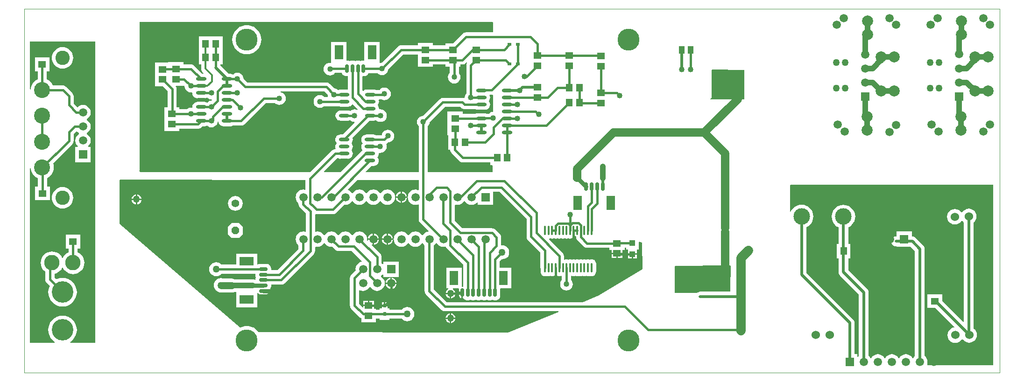
<source format=gtl>
%FSTAX23Y23*%
%MOIN*%
%SFA1B1*%

%IPPOS*%
%AMD10*
4,1,8,0.005900,0.030500,-0.005900,0.030500,-0.011800,0.024600,-0.011800,-0.024600,-0.005900,-0.030500,0.005900,-0.030500,0.011800,-0.024600,0.011800,0.024600,0.005900,0.030500,0.0*
1,1,0.011820,0.005900,0.024600*
1,1,0.011820,-0.005900,0.024600*
1,1,0.011820,-0.005900,-0.024600*
1,1,0.011820,0.005900,-0.024600*
%
%AMD15*
4,1,8,0.030500,-0.005900,0.030500,0.005900,0.024600,0.011800,-0.024600,0.011800,-0.030500,0.005900,-0.030500,-0.005900,-0.024600,-0.011800,0.024600,-0.011800,0.030500,-0.005900,0.0*
1,1,0.011820,0.024600,-0.005900*
1,1,0.011820,0.024600,0.005900*
1,1,0.011820,-0.024600,0.005900*
1,1,0.011820,-0.024600,-0.005900*
%
%AMD42*
4,1,8,-0.027600,-0.011500,-0.011500,-0.027600,0.011500,-0.027600,0.027600,-0.011500,0.027600,0.011500,0.011500,0.027600,-0.011500,0.027600,-0.027600,0.011500,-0.027600,-0.011500,0.0*
%
G04~CAMADD=10~8~0.0~0.0~236.2~610.2~59.1~0.0~15~0.0~0.0~0.0~0.0~0~0.0~0.0~0.0~0.0~0~0.0~0.0~0.0~0.0~236.2~610.2*
%ADD10D10*%
%ADD11R,0.059060X0.098430*%
%ADD12O,0.074800X0.023620*%
%ADD13O,0.013780X0.070870*%
%ADD14R,0.098430X0.059060*%
G04~CAMADD=15~8~0.0~0.0~236.2~610.2~59.1~0.0~15~0.0~0.0~0.0~0.0~0~0.0~0.0~0.0~0.0~0~0.0~0.0~0.0~270.0~610.0~236.0*
%ADD15D15*%
%ADD16R,0.039370X0.053150*%
%ADD17R,0.041340X0.043310*%
%ADD18R,0.031500X0.019690*%
%ADD19R,0.019690X0.031500*%
%ADD20R,0.047240X0.053150*%
%ADD21R,0.053150X0.047240*%
%ADD22R,0.057090X0.045280*%
%ADD23R,0.045280X0.057090*%
%ADD24C,0.039370*%
%ADD25C,0.015000*%
%ADD26C,0.020000*%
%ADD27C,0.013000*%
%ADD28C,0.040000*%
%ADD29C,0.050000*%
%ADD30C,0.030000*%
%ADD31C,0.065000*%
%ADD32C,0.060000*%
%ADD33C,0.001000*%
%ADD34C,0.078740*%
%ADD35R,0.059060X0.059060*%
%ADD36C,0.059060*%
%ADD37C,0.110240*%
%ADD38C,0.153540*%
%ADD39C,0.060000*%
%ADD40C,0.114170*%
%ADD41R,0.059060X0.059060*%
G04~CAMADD=42~4~0.0~0.0~551.2~551.2~0.0~161.4~0~0.0~0.0~0.0~0.0~0~0.0~0.0~0.0~0.0~0~0.0~0.0~0.0~135.0~551.2~551.2*
%ADD42D42*%
%ADD43C,0.055120*%
%ADD44C,0.118110*%
%ADD45C,0.050000*%
%ADD46C,0.022840*%
%ADD47C,0.102360*%
%ADD48C,0.157000*%
%ADD49C,0.040000*%
%ADD50C,0.020000*%
%ADD51C,0.062000*%
%LNcareboard_smd_ordered_6.29-1*%
%LPD*%
G36*
X00504Y00216D02*
X00328D01*
X00327Y0022*
X00329Y00221*
X00344Y00234*
X00357Y0025*
X00366Y00267*
X00372Y00287*
X00374Y00307*
X00372Y00326*
X00366Y00346*
X00357Y00363*
X00344Y00379*
X00329Y00392*
X00311Y00401*
X00292Y00407*
X00272Y00409*
X00252Y00407*
X00233Y00401*
X00215Y00392*
X002Y00379*
X00187Y00363*
X00178Y00346*
X00172Y00326*
X0017Y00307*
X00172Y00287*
X00178Y00267*
X00187Y0025*
X002Y00234*
X00215Y00221*
X00217Y0022*
X00216Y00216*
X0004*
Y01461*
X00045Y01462*
X00046Y0145*
X00051Y01435*
X00058Y01421*
X00069Y01408*
X00081Y01398*
X00095Y0139*
X00096Y0139*
Y01331*
X00077*
Y01233*
X00181*
Y01331*
X00162*
Y01392*
X00173Y01398*
X00185Y01408*
X00196Y01421*
X00203Y01435*
X00208Y0145*
X00209Y01467*
X00208Y01483*
X00204Y01497*
X00341Y01634*
X00346Y01641*
X00348Y01645*
X0035Y01649*
X0035Y01653*
X00351Y01658*
Y01707*
X00371Y01727*
X00376Y01726*
X00379Y01722*
X0039Y01713*
Y01708*
X00379Y01699*
X0037Y01688*
X00365Y01675*
X00363Y01661*
X00365Y01646*
X0037Y01633*
X00379Y01622*
X00382Y0162*
X0038Y01615*
X00363*
Y01506*
X00473*
Y01615*
X00456*
X00454Y0162*
X00457Y01622*
X00466Y01633*
X00471Y01646*
X00473Y01661*
X00471Y01675*
X00466Y01688*
X00457Y01699*
X00446Y01708*
Y01713*
X00457Y01722*
X00466Y01733*
X00471Y01746*
X00473Y01761*
X00471Y01775*
X00466Y01788*
X00457Y01799*
X00446Y01808*
Y01813*
X00457Y01822*
X00466Y01833*
X00471Y01846*
X00473Y01861*
X00471Y01875*
X00466Y01888*
X00457Y01899*
X00446Y01908*
X00432Y01914*
X00418Y01916*
X00404Y01914*
X00391Y01908*
X00379Y01899*
X00378Y01899*
X00351Y01926*
Y01978*
X0035Y01986*
X00346Y01994*
X00343Y01998*
X00341Y02001*
X00297Y02045*
X0029Y0205*
X00286Y02052*
X00282Y02053*
X00278Y02054*
X00274Y02054*
X00203*
X00196Y02067*
X00185Y0208*
X00173Y0209*
X0016Y02097*
Y02156*
X00179*
Y02254*
X00075*
Y02156*
X00094*
Y02097*
X00081Y0209*
X00069Y0208*
X00058Y02067*
X00051Y02053*
X00046Y02038*
X00045Y02026*
X0004Y02027*
Y02368*
X00504*
Y00216*
G37*
G36*
X03345Y01986D02*
X03344Y01865D01*
X03333Y01863*
X03322Y01859*
X03314Y01852*
X03298*
X03296Y01853*
X03286Y01855*
X03235*
X03226Y01853*
X03218Y0185*
X03128*
Y01867*
X0302*
Y01771*
Y01698*
X03025*
Y01595*
X0304*
Y01593*
X0304Y01589*
X03041Y01585*
X03042Y01581*
X03044Y01577*
X03049Y0157*
X03106Y01513*
X03113Y01508*
X03121Y01505*
X03129Y01504*
X03137Y01505*
X03325*
Y01486*
X0334*
X03343Y01482*
X03343Y01435*
X02883Y01434*
X0288Y01438*
Y01761*
X02886Y0177*
X02891Y01781*
X02892Y01791*
X03001Y019*
X03113*
X03119Y01894*
X03122Y01892*
X03126Y01889*
X0313Y01887*
X03134Y01886*
X03138Y01885*
X03142Y01885*
X03218*
X03226Y01882*
X03235Y0188*
X03286*
X03296Y01882*
X03305Y01885*
X03313Y01891*
X03319Y01899*
X03322Y01908*
X03324Y01917*
X03322Y01927*
X03319Y01936*
X03314Y01942*
X03319Y01949*
X03322Y01958*
X03324Y01967*
X03322Y01977*
X03319Y01984*
X03322Y01988*
X03335*
X0334Y01989*
X03341Y01989*
X03345Y01986*
G37*
G36*
X02007Y01379D02*
Y01312D01*
X02003Y01309*
X01991Y0131*
X01976Y01308*
X01963Y01303*
X01952Y01294*
X01943Y01283*
X01938Y01269*
X01936Y01255*
X01938Y01241*
X01943Y01228*
X01952Y01216*
X01957Y01212*
Y01206*
X01958Y01201*
X01958Y01197*
X0196Y01193*
X01962Y01189*
X01967Y01182*
X02008Y01141*
Y01012*
X02004Y01008*
X01991Y0101*
X01976Y01008*
X01963Y01003*
X01952Y00994*
X01943Y00983*
X01938Y00969*
X01936Y00955*
X01938Y00941*
X01943Y00928*
X01952Y00916*
X01957Y00912*
Y00886*
X01805Y00734*
X01761*
X01761Y00735*
Y00746*
X0176Y00754*
X01757Y00762*
X01752Y00768*
X01745Y00773*
X01738Y00777*
X0173Y00778*
X0168*
X01672Y00777*
X01665Y00774*
X01664Y00775*
X01661Y00778*
Y00851*
X01513*
Y00773*
X01407*
X01405Y00776*
X01394Y00784*
X01382Y00789*
X01369Y00791*
X01356Y00789*
X01344Y00784*
X01333Y00776*
X01325Y00766*
X0132Y00754*
X01319Y00741*
X0132Y00727*
X01325Y00715*
X01333Y00705*
X01344Y00697*
X01356Y00692*
X01369Y0069*
X01382Y00692*
X01394Y00697*
X01405Y00705*
X01407Y00708*
X01649*
X01649Y00707*
Y00696*
X0165Y00688*
X01653Y00682*
X0165Y00676*
X01649Y00668*
X01645Y00666*
X01642Y00667*
X0163Y00669*
X015*
X01492Y00672*
X01479Y00674*
X01417*
X01414Y00675*
X01401Y00677*
X01388Y00675*
X01376Y0067*
X01366Y00662*
X01358Y00651*
X01353Y00639*
X01351Y00626*
X01353Y00613*
X01358Y00601*
X01366Y00591*
X01367Y00589*
X01368Y00588*
X01379Y0058*
X01391Y00575*
X01404Y00573*
X01479*
X01492Y00575*
X015Y00578*
X01513*
Y00578*
Y00575*
Y00469*
X01661*
Y0057*
X01666Y00572*
X01669Y00567*
X01674Y00564*
X0168Y00562*
X0173*
X01736Y00564*
X01741Y00567*
X01745Y00572*
X01746Y00579*
Y0059*
X01746Y00591*
X01752Y00596*
X01757Y00602*
X0176Y0061*
X01761Y00618*
Y00629*
X01761Y0063*
X01833*
X01837Y0063*
X01841Y00631*
X01845Y00632*
X01849Y00634*
X01856Y00639*
X02064Y00847*
X02066Y0085*
X02069Y00854*
X02073Y00862*
X02074Y00871*
Y00899*
X02078Y00902*
X02091Y009*
X02105Y00902*
X02118Y00908*
X0213Y00916*
X02138Y00928*
X02143*
X02152Y00916*
X02163Y00908*
X02176Y00902*
X02191Y009*
X02197Y00901*
X02218Y0088*
X02221Y00878*
X02225Y00875*
X02232Y00872*
X02241Y00871*
X02337*
X02409Y00799*
X02408Y00794*
X02403Y00794*
X0239Y00788*
X02379Y00779*
X0237Y00768*
X02365Y00755*
X02363Y00741*
X02364Y00733*
X02333Y00702*
X02328Y00695*
X02326Y00691*
X02325Y00687*
X02324Y00683*
X02323Y00679*
Y00482*
X02324Y00478*
X02325Y00473*
X02326Y00469*
X02328Y00466*
X02333Y00459*
X02395Y00396*
X02398Y00394*
X02402Y00391*
X02405Y0039*
Y0036*
X02509*
Y00387*
X02536*
Y00379*
X02606*
Y00387*
X02695*
X02697Y00384*
X02708Y00376*
X0272Y00371*
X02733Y00369*
X02746Y00371*
X02758Y00376*
X02769Y00384*
X02777Y00394*
X02782Y00406*
X02783Y0042*
X02782Y00433*
X02777Y00445*
X02769Y00455*
X02758Y00463*
X02746Y00468*
X02733Y0047*
X0272Y00468*
X02708Y00463*
X02697Y00455*
X02695Y00452*
X02606*
Y0046*
X02591*
Y00475*
X02551*
Y0046*
X02536*
Y00452*
X02509*
Y00458*
X02494*
Y00477*
X0242*
Y00471*
X02416Y00469*
X02389Y00495*
Y00589*
X02393Y00592*
X02403Y00587*
X02418Y00586*
X02432Y00587*
X02445Y00593*
X02457Y00602*
X02465Y00613*
X0247*
X02479Y00602*
X0249Y00593*
X02503Y00587*
X02518Y00586*
X02532Y00587*
X02545Y00593*
X02557Y00602*
X02565Y00613*
X02571Y00626*
X02573Y00641*
X02571Y00655*
X02565Y00668*
X02557Y00679*
X02545Y00688*
Y00693*
X02557Y00702*
X02558Y00704*
X02563Y00702*
Y00686*
X02672*
Y00795*
X02563*
Y00779*
X02558Y00777*
X02557Y00779*
X0255Y00784*
Y00827*
X02549Y00835*
X02546Y00843*
X02541Y0085*
X02479Y00912*
X02481Y00917*
X02486Y00916*
Y0095*
X02451*
X02452Y00945*
X02449Y00944*
X02445Y00947*
X02446Y00955*
X02444Y00969*
X02438Y00983*
X0243Y00994*
X02418Y01003*
X02405Y01008*
X02391Y0101*
X02376Y01008*
X02363Y01003*
X02352Y00994*
X02343Y00983*
X02338*
X0233Y00994*
X02318Y01003*
X02305Y01008*
X02291Y0101*
X02276Y01008*
X02263Y01003*
X02252Y00994*
X02243Y00983*
X02238*
X0223Y00994*
X02218Y01003*
X02205Y01008*
X02191Y0101*
X02176Y01008*
X02163Y01003*
X02152Y00994*
X02143Y00983*
X02138*
X0213Y00994*
X02118Y01003*
X02105Y01008*
X02091Y0101*
X02078Y01009*
X02074Y01012*
Y01132*
X02078Y01136*
X0208Y01135*
X02084Y01135*
X02203*
X02207Y01135*
X02212Y01136*
X02216Y01137*
X02219Y01139*
X02226Y01144*
X02283Y01201*
X02291Y012*
X02305Y01202*
X02318Y01208*
X0233Y01216*
X02338Y01228*
X02343*
X02352Y01216*
X02363Y01208*
X02376Y01202*
X02391Y012*
X02405Y01202*
X02418Y01208*
X0243Y01216*
X02438Y01228*
X02443*
X02452Y01216*
X02463Y01208*
X02476Y01202*
X02491Y012*
X02505Y01202*
X02518Y01208*
X0253Y01216*
X02538Y01228*
X02543*
X02552Y01216*
X02563Y01208*
X02576Y01202*
X02591Y012*
X02605Y01202*
X02618Y01208*
X0263Y01216*
X02638Y01228*
X02644Y01241*
X02646Y01255*
X02644Y01269*
X02638Y01283*
X0263Y01294*
X02618Y01303*
X02605Y01308*
X02591Y0131*
X02576Y01308*
X02563Y01303*
X02552Y01294*
X02543Y01283*
X02538*
X0253Y01294*
X02518Y01303*
X02505Y01308*
X02491Y0131*
X02476Y01308*
X02463Y01303*
X02452Y01294*
X02443Y01283*
X02438*
X0243Y01294*
X02418Y01303*
X02405Y01308*
X02391Y0131*
X02376Y01308*
X02363Y01303*
X02352Y01294*
X02343Y01283*
X02338*
X0233Y01294*
X02318Y01303*
X02309Y01307*
X02308Y01312*
X02374Y01378*
X02814Y01377*
Y01309*
X0281Y01306*
X02805Y01308*
X02791Y0131*
X02776Y01308*
X02763Y01303*
X02752Y01294*
X02743Y01283*
X02738Y01269*
X02736Y01255*
X02738Y01241*
X02743Y01228*
X02752Y01216*
X02763Y01208*
X02776Y01202*
X02791Y012*
X02805Y01202*
X0281Y01204*
X02814Y01201*
Y01097*
X02815Y01093*
X02815Y01089*
X02817Y01085*
X02819Y01081*
X02824Y01074*
X02884Y01014*
X02883Y01009*
X02876Y01008*
X02863Y01003*
X02852Y00994*
X02843Y00983*
X02838*
X0283Y00994*
X02818Y01003*
X02805Y01008*
X02791Y0101*
X02776Y01008*
X02763Y01003*
X02752Y00994*
X02743Y00983*
X02738*
X0273Y00994*
X02718Y01003*
X02705Y01008*
X02691Y0101*
X02676Y01008*
X02663Y01003*
X02652Y00994*
X02643Y00983*
X02638Y00969*
X02636Y00955*
X02638Y00941*
X02643Y00928*
X02652Y00916*
X02663Y00908*
X02676Y00902*
X02691Y009*
X02705Y00902*
X02718Y00908*
X0273Y00916*
X02738Y00928*
X02743*
X02752Y00916*
X02763Y00908*
X02776Y00902*
X02791Y009*
X02805Y00902*
X02818Y00908*
X0283Y00916*
X02838Y00928*
X02843*
X02852Y00916*
X02857Y00912*
Y00583*
X02858Y00579*
X02858Y00575*
X0286Y00571*
X02862Y00567*
X02867Y0056*
X02977Y00449*
X0298Y00447*
X02984Y00444*
X02988Y00442*
X02992Y00441*
X02996Y0044*
X03001Y0044*
X03811*
X03812Y00435*
X03452Y00289*
X01672Y00291*
X01671Y00292*
X0166Y00304*
X01648Y00314*
X01634Y00323*
X01619Y00329*
X01603Y00333*
X01587Y00334*
X01571Y00333*
X01555Y00329*
X0154Y00323*
X01539Y00323*
X0068Y01064*
Y01378*
X00683Y01381*
X02007Y01379*
G37*
G36*
X05041Y00764D02*
X0504Y006D01*
X05039Y00581*
X04928*
X04926Y00581*
X04823*
X04814Y00579*
X04806Y00576*
X04799Y0057*
X04643*
Y0076*
X04647Y00764*
X05037Y00767*
X05041Y00764*
G37*
G36*
X03584Y01101D02*
Y00973D01*
X03585Y00968*
X03585Y00964*
X03587Y0096*
X03589Y00956*
X03594Y00949*
X03683Y0086*
Y00752*
X03684Y00747*
Y00723*
X03685Y00715*
X03688Y00707*
X03693Y007*
X037Y00695*
X03707Y00692*
X03716Y00691*
X03724Y00692*
X03728Y00694*
X03733Y00692*
X03741Y00691*
X0375Y00692*
X03754Y00694*
X03759Y00692*
X03767Y00691*
X03775Y00692*
X03783Y00695*
X0379Y007*
X0379Y00701*
X03795*
X03795Y007*
X03802Y00695*
X0381Y00692*
X03818Y00691*
X03826Y00692*
X03831Y00694*
X03835Y00692*
X03836Y00692*
Y00665*
X0383Y00656*
X03825Y00645*
X03824Y00634*
X03825Y00622*
X0383Y00611*
X03837Y00602*
X03847Y00594*
X03857Y0059*
X03869Y00588*
X03881Y0059*
X03892Y00594*
X03901Y00602*
X03909Y00611*
X03913Y00622*
X03915Y00634*
X03913Y00645*
X03909Y00656*
X03902Y00665*
Y00692*
X03903Y00692*
X03908Y00694*
X03912Y00692*
X0392Y00691*
X03929Y00692*
X03933Y00694*
X03938Y00692*
X03946Y00691*
X03954Y00692*
X03959Y00694*
X03963Y00692*
X03972Y00691*
X0398Y00692*
X03984Y00694*
X03989Y00692*
X03997Y00691*
X04005Y00692*
X0401Y00694*
X04014Y00692*
X04023Y00691*
X04031Y00692*
X04036Y00694*
X0404Y00692*
X04048Y00691*
X04057Y00692*
X04064Y00695*
X04071Y007*
X04076Y00707*
X04079Y00715*
X04081Y00723*
Y0078*
X04079Y00789*
X04076Y00796*
X04071Y00803*
X04064Y00808*
X04057Y00811*
X04048Y00812*
X0404Y00811*
X04036Y00809*
X04031Y00811*
X04023Y00812*
X04014Y00811*
X0401Y00809*
X04005Y00811*
X03997Y00812*
X03989Y00811*
X03984Y00809*
X0398Y00811*
X03972Y00812*
X03963Y00811*
X03959Y00809*
X03954Y00811*
X03946Y00812*
X03938Y00811*
X03933Y00809*
X03929Y00811*
X0392Y00812*
X03912Y00811*
X03908Y00809*
X03903Y00811*
X03895Y00812*
X03886Y00811*
X03882Y00809*
X03878Y00811*
X03869Y00812*
X03861Y00811*
X03856Y00809*
X03852Y00811*
X03851Y00811*
Y00835*
X0385Y0084*
X0385Y00844*
X03848Y00848*
X03846Y00852*
X03841Y00859*
X03745Y00955*
X03747Y00959*
X0375Y0096*
X03754Y00962*
X03759Y0096*
X03767Y00959*
X03775Y0096*
X0378Y00962*
X03784Y0096*
X03792Y00959*
X03801Y0096*
X03805Y00962*
X0381Y0096*
X03818Y00959*
X03826Y0096*
X03831Y00962*
X03835Y0096*
X03844Y00959*
X03852Y0096*
X03856Y00962*
X03861Y0096*
X03869Y00959*
X03878Y0096*
X03882Y00962*
X03886Y0096*
X03895Y00959*
X03903Y0096*
X03911Y00963*
X03918Y00968*
X03922Y00974*
X03927Y00975*
X03933Y00979*
X03934*
X03939Y00975*
Y0097*
X03939Y00966*
X0394Y00961*
X03942Y00958*
X03943Y00954*
X03948Y00947*
X03992Y00903*
X03995Y00901*
X03999Y00898*
X04004Y00896*
X04007Y00895*
X04008Y00894*
X04015Y00893*
X04177*
Y00879*
X04192*
Y00858*
X04269*
Y00879*
X04284*
Y00895*
X04295*
Y00881*
X0431*
Y00881*
Y00878*
Y00854*
X04371*
Y00878*
Y00881*
X04371Y00881*
X04386*
Y00935*
X0439Y00938*
X0441Y00932*
X04411Y0074*
X04097Y00551*
X03985Y00505*
X03014*
X02923Y00597*
Y00911*
X0293Y00916*
X02938Y00928*
X02943*
X02952Y00916*
X02963Y00908*
X02976Y00902*
X02991Y009*
X03005Y00902*
X03008Y00903*
X0301Y00899*
X03012Y00895*
X03017Y00888*
X03131Y00774*
Y00616*
X03131Y00615*
X03121*
Y00752*
X03011*
Y00603*
X03025*
X03026Y00598*
X03024Y00598*
X03017Y00592*
X03011Y00585*
X03008Y00576*
X03007Y00572*
X03077*
X03076Y00576*
X03073Y00585*
X03067Y00592*
X0306Y00598*
X03058Y00598*
X03059Y00603*
X031*
X03103Y00599*
X03103Y00599*
Y0058*
X03125*
Y00575*
X03127*
Y0055*
X03128Y00542*
X0313Y00537*
Y00534*
X03131*
X03132Y00534*
X03136Y00528*
X03143Y00523*
X0315Y0052*
X03158Y00519*
X0317*
X03178Y0052*
X03184Y00522*
X03189Y0052*
X03197Y00519*
X03209*
X03217Y0052*
X03223Y00522*
X03229Y0052*
X03237Y00519*
X03248*
X03256Y0052*
X03262Y00522*
X03268Y0052*
X03276Y00519*
X03288*
X03296Y0052*
X03301Y00522*
X03307Y0052*
X03315Y00519*
X03327*
X03335Y0052*
X0334Y00522*
X03346Y0052*
X03354Y00519*
X03366*
X03374Y0052*
X03381Y00523*
X03388Y00528*
X03393Y00534*
X03396Y00542*
X03397Y0055*
Y00599*
X03397Y006*
X034Y00603*
X03474*
Y00752*
X03393*
Y00798*
X03406Y00812*
X0341Y00811*
X03423Y00813*
X03435Y00818*
X03446Y00826*
X03454Y00836*
X03459Y00848*
X0346Y00862*
X03459Y00875*
X03454Y00887*
X03446Y00897*
X03435Y00905*
X03423Y0091*
X0341Y00912*
X03407Y00912*
X03403Y00915*
Y00968*
X03402Y00977*
X03399Y00984*
X03394Y00991*
X03362Y01023*
X03355Y01028*
X03351Y0103*
X03347Y01032*
X03343Y01032*
X03338Y01033*
X03127*
X03073Y01087*
Y01199*
X03077Y01202*
X03091Y012*
X03105Y01202*
X03118Y01208*
X0313Y01216*
X03138Y01228*
X03143*
X03152Y01216*
X03163Y01208*
X03176Y01202*
X03191Y012*
X03205Y01202*
X03218Y01208*
X0323Y01216*
X03231Y01219*
X03236Y01217*
Y01201*
X03345*
Y01293*
X03392*
X03584Y01101*
G37*
G36*
X05138Y02165D02*
Y01953D01*
X04898*
X04897Y01958*
X04904Y01965*
Y02163*
X04908Y02167*
X05138Y02165*
G37*
G36*
X06914Y01344D02*
Y00056D01*
X06913Y00056*
X06446*
X06444Y0006*
X06445Y00064*
X06447Y00078*
X06445Y00092*
X0644Y00106*
X06431Y00117*
X06427Y0012*
Y00886*
X06426Y00895*
X06423Y00904*
X06417Y00911*
X06363Y00965*
X06356Y00971*
X06347Y00974*
X06338Y00975*
X06335*
Y01011*
X06225*
Y00975*
X06222*
X06213Y00974*
X06204Y00971*
X06197Y00965*
X06191Y00958*
X06188Y00949*
X06187Y0094*
X06188Y00931*
X06191Y00922*
X06197Y00915*
X06204Y00909*
X06213Y00906*
X06222Y00905*
X06225*
Y00901*
X06327*
X06357Y00871*
Y0012*
X06353Y00117*
X06345Y00106*
X0634*
X06331Y00117*
X0632Y00126*
X06306Y00131*
X06292Y00133*
X06278Y00131*
X06265Y00126*
X06253Y00117*
X06245Y00106*
X0624*
X06231Y00117*
X0622Y00126*
X06206Y00131*
X06192Y00133*
X06178Y00131*
X06165Y00126*
X06153Y00117*
X06145Y00106*
X0614*
X06131Y00117*
X0612Y00126*
X06106Y00131*
X06092Y00133*
X06078Y00131*
X06065Y00126*
X06053Y00117*
X06045Y00106*
X0604*
X06031Y00117*
X06027Y0012*
Y00575*
X06026Y00584*
X06023Y00593*
X06017Y006*
X05882Y00735*
Y00818*
X05897*
Y00922*
X05882*
Y0104*
X05893Y01046*
X05906Y01057*
X05917Y0107*
X05925Y01084*
X05929Y011*
X05931Y01117*
X05929Y01133*
X05925Y01149*
X05917Y01163*
X05906Y01176*
X05893Y01187*
X05879Y01195*
X05863Y01199*
X05847Y01201*
X0583Y01199*
X05814Y01195*
X058Y01187*
X05787Y01176*
X05776Y01163*
X05768Y01149*
X05764Y01133*
X05762Y01117*
X05764Y011*
X05768Y01084*
X05776Y0107*
X05787Y01057*
X058Y01046*
X05811Y0104*
Y00922*
X058*
Y00818*
X05811*
Y00721*
X05812Y00711*
X05816Y00703*
X05822Y00696*
X05957Y0056*
Y0012*
X05953Y00117*
X05951Y00114*
X05947Y00116*
Y00133*
X05927*
Y00357*
X05926Y00366*
X05923Y00375*
X05917Y00382*
X05583Y00716*
Y01041*
X05594Y01047*
X05607Y01058*
X05618Y01071*
X05626Y01085*
X0563Y01101*
X05632Y01118*
X0563Y01134*
X05626Y0115*
X05618Y01164*
X05607Y01177*
X05594Y01188*
X0558Y01196*
X05564Y012*
X05548Y01202*
X05531Y012*
X05515Y01196*
X05501Y01188*
X05488Y01177*
X05477Y01164*
X0547Y01151*
X05466Y01153*
Y01341*
X05469Y01345*
X06914Y01344*
G37*
G36*
X03342Y02508D02*
X03346Y02504D01*
X03346Y02433*
X03151*
X03142Y02432*
X03137Y0243*
X03134Y02429*
X03131Y02427*
X03128Y02424*
X0306Y02356*
X03005*
Y02342*
X02914*
Y02357*
X0281*
Y02342*
X02689*
X02681Y0234*
X02673Y02337*
X02669Y02334*
X02666Y02332*
X02552Y02218*
X02541Y02216*
X0254Y02216*
X02536Y02218*
Y02365*
X02426*
Y02232*
X02426Y02231*
X02414*
X02406Y0223*
X024Y02228*
X02395Y0223*
X02387Y02231*
X02375*
X02367Y0223*
X02361Y02228*
X02355Y0223*
X02347Y02231*
X02335*
X02327Y0223*
X02322Y02228*
X02316Y0223*
X02308Y02231*
X02299*
Y02365*
X02189*
Y02219*
X02186Y02215*
X02181Y02216*
X02169Y02215*
X02158Y0221*
X02149Y02203*
X02142Y02193*
X02137Y02182*
X02136Y02171*
X02137Y02159*
X02142Y02148*
X02149Y02139*
X02158Y02131*
X02169Y02127*
X02181Y02125*
X02193Y02127*
X02204Y02131*
X02213Y02139*
X02216Y02143*
X02266*
X02269Y02135*
X02274Y02129*
X02281Y02124*
X02288Y02121*
X02296Y0212*
X02308*
X02309Y02119*
Y02026*
X02308Y02026*
X02257*
X02248Y02024*
X0224Y02021*
X02232Y02028*
X02221Y02032*
X02211Y02034*
X02179Y02066*
X02172Y02071*
X02168Y02073*
X02164Y02074*
X0216Y02075*
X02155Y02075*
X0159*
X01565Y02101*
X01563Y02111*
X01559Y02122*
X01552Y02132*
X01542Y02139*
X01531Y02143*
X0152Y02145*
X01508Y02143*
X01497Y02139*
X01489Y02132*
X01481Y02135*
X01472Y02137*
X01459*
X01398Y02198*
Y02203*
X01414*
Y02301*
Y02404*
X01244*
Y02301*
Y02203*
X01261*
Y02174*
X01262Y02166*
X01265Y02158*
X0127Y02152*
X0128Y02141*
X01278Y02137*
X0127*
X01212Y02195*
X01205Y022*
X01201Y02202*
X01197Y02204*
X01193Y02204*
X01189Y02205*
X01134*
Y0222*
X01027*
Y02218*
X00932*
Y02121*
Y02048*
X00986*
X01021Y02013*
Y01898*
X00998*
Y01802*
Y01729*
X01106*
Y01744*
X01239*
X01243Y01745*
X01247Y01745*
X01251Y01747*
X01255Y01749*
X01262Y01754*
X0127Y01762*
X01287*
X01296Y01764*
X01304Y01767*
X01312Y0176*
X01323Y01756*
X01335Y01754*
X01346Y01756*
X01357Y0176*
X01367Y01767*
X01374Y01777*
X01378Y01788*
X01379Y01794*
X01384*
X01385Y0179*
X01388Y01781*
X01394Y01773*
X01402Y01767*
X01411Y01764*
X01421Y01762*
X01472*
X01481Y01764*
X01489Y01767*
X01547*
X01551Y01767*
X01555Y01768*
X01559Y01769*
X01563Y01771*
X0157Y01776*
X01722Y01928*
X01789*
X01797Y01921*
X01808Y01917*
X0182Y01915*
X01832Y01917*
X01843Y01921*
X01852Y01928*
X01859Y01938*
X01864Y01949*
X01865Y01961*
X01864Y01972*
X01859Y01983*
X01852Y01993*
X01843Y02*
X01832Y02004*
X01829Y02005*
X01829Y0201*
X02142*
X02164Y01987*
X02166Y01977*
X02166Y01975*
X02163Y01971*
X02141*
X02132Y01978*
X02121Y01983*
X02109Y01985*
X02097Y01983*
X02086Y01978*
X02077Y01971*
X0207Y01962*
X02065Y01951*
X02064Y01939*
X02065Y01927*
X0207Y01916*
X02077Y01907*
X02086Y019*
X02097Y01895*
X02109Y01894*
X02121Y01895*
X02132Y019*
X02139Y01906*
X0224*
X02248Y01903*
X02257Y01901*
X02308*
X02318Y01903*
X02327Y01906*
X02335Y01912*
X02339Y01918*
X02342Y01918*
X02344Y01918*
X02379Y01883*
X02376Y01879*
X02368Y01882*
X02356Y01884*
X02344Y01882*
X02334Y01878*
X02325Y01871*
X02318Y01874*
X02308Y01876*
X02257*
X02248Y01874*
X02239Y01871*
X02231Y01865*
X02225Y01857*
X02221Y01848*
X0222Y01839*
X02221Y01829*
X02225Y0182*
X02231Y01812*
X02239Y01806*
X02248Y01803*
X02257Y01801*
X02308*
X02318Y01803*
X02325Y01806*
X02334Y01799*
X02344Y01795*
X02355Y01793*
X02357Y01788*
X02272Y01704*
X02256*
X02246Y01702*
X02237Y01699*
X0223Y01693*
X02224Y01685*
X0222Y01676*
X02219Y01667*
X0222Y01657*
X02224Y01648*
X02229Y01642*
X02224Y01635*
X0222Y01626*
X02219Y01617*
X0222Y01607*
X02221Y01604*
X02219Y01599*
X02211Y01598*
X02203Y01595*
X02199Y01592*
X02196Y0159*
X0204Y01434*
X00827Y01434*
X0082Y01443*
X00823Y01447*
Y02508*
X02723*
X03342Y02508*
G37*
G36*
X01143Y02048D02*
X01144Y02038D01*
X01148Y02027*
X01156Y02017*
X01165Y0201*
X01176Y02006*
X01188Y02004*
X01195Y02005*
X01199Y02002*
X01198Y02*
X012Y0199*
X01203Y01981*
X01209Y01973*
X01217Y01967*
X01226Y01964*
X01236Y01962*
X01287*
X01296Y01964*
X01304Y01967*
X01312Y0196*
X01323Y01956*
X01335Y01954*
X01336Y01954*
X01339Y0195*
X01333Y01945*
X01323Y01943*
X01312Y01939*
X01304Y01932*
X01296Y01935*
X01287Y01937*
X01236*
X01226Y01935*
X01217Y01932*
X01209Y01926*
X01203Y01918*
X012Y01909*
X01198Y019*
X01199Y01897*
X01195Y01894*
X01188Y01895*
X01176Y01893*
X01165Y01889*
X01157Y01883*
X01106*
Y01898*
X01087*
Y02027*
X01086Y02034*
X01086Y02035*
X01085Y02037*
X01082Y02043*
X01079Y02047*
X01079Y02047*
X01082Y02051*
X01134*
X01138Y02053*
X01143Y02048*
G37*
G36*
X0281Y0226D02*
Y02187D01*
X02914*
Y02203*
X03005*
Y02188*
X03035*
Y02144*
X03029Y02136*
X03024Y02125*
X03023Y02113*
X03024Y02102*
X03029Y02091*
X03036Y02081*
X03045Y02074*
X03056Y02069*
X03068Y02068*
X0308Y02069*
X03091Y02074*
X031Y02081*
X03107Y02091*
X03112Y02102*
X03113Y02113*
X03112Y02125*
X03107Y02136*
X03101Y02144*
Y02188*
X03113*
Y02203*
X03125*
X0313Y02204*
X03134Y02204*
X03138Y02206*
X03142Y02208*
X03149Y02213*
X03156Y0222*
X0316Y02217*
X03159Y02216*
X03157Y02212*
X03156Y02208*
X03155Y02204*
X03155Y02199*
Y01999*
X03148Y0199*
X03144Y01979*
X03142Y01967*
X03142Y01966*
X03138Y01963*
X03135Y01964*
X03131Y01965*
X03127Y01965*
X02987*
X02983Y01965*
X02979Y01964*
X02975Y01963*
X02971Y01961*
X02964Y01956*
X02846Y01838*
X02835Y01836*
X02824Y01832*
X02815Y01825*
X02808Y01815*
X02803Y01804*
X02802Y01793*
X02803Y01781*
X02808Y0177*
X02814Y01761*
Y01434*
X02437Y01434*
X02435Y01439*
X02476Y01479*
X02492*
X02502Y01481*
X02511Y01484*
X02518Y0149*
X02524Y01498*
X02528Y01507*
X02529Y01517*
X02528Y01526*
X02524Y01535*
X02519Y01542*
X02524Y01548*
X02528Y01557*
X02529Y01567*
X02529Y01569*
X02533Y01572*
X0254Y01571*
X02552Y01573*
X02563Y01577*
X02572Y01584*
X02579Y01594*
X02584Y01605*
X02585Y01617*
X02584Y01628*
X02581Y01636*
X02581Y01636*
X02585Y01638*
X02592Y01643*
X02596Y01647*
X02607Y01649*
X02618Y01653*
X02627Y0166*
X02634Y0167*
X02639Y01681*
X0264Y01693*
X02639Y01704*
X02634Y01715*
X02627Y01725*
X02618Y01732*
X02607Y01736*
X02595Y01738*
X02583Y01736*
X02572Y01732*
X02563Y01725*
X02556Y01715*
X02551Y01704*
X02551Y01699*
X02509*
X02502Y01702*
X02492Y01704*
X02441*
X02431Y01702*
X02422Y01699*
X02415Y01693*
X02409Y01685*
X02405Y01676*
X02404Y01667*
X02405Y01657*
X02409Y01648*
X02414Y01642*
X02409Y01635*
X02405Y01626*
X02404Y01617*
X02405Y01607*
X02409Y01598*
X02414Y01592*
X02413Y01591*
X02412Y0159*
X02256Y01434*
X02139Y01434*
X02138Y01439*
X02233Y01534*
X02239*
X02246Y01531*
X02256Y01529*
X02307*
X02317Y01531*
X02326Y01534*
X02333Y0154*
X02339Y01548*
X02343Y01557*
X02344Y01567*
X02343Y01576*
X02339Y01585*
X02334Y01592*
X02339Y01598*
X02343Y01607*
X02344Y01617*
X02343Y01626*
X02339Y01635*
X02334Y01642*
X02339Y01648*
X02343Y01657*
X02344Y01667*
X02343Y01676*
X02341Y0168*
X02463Y01801*
X02493*
X02503Y01803*
X0251Y01806*
X02519Y01799*
X02529Y01795*
X02541Y01793*
X02553Y01795*
X02564Y01799*
X02573Y01806*
X02581Y01816*
X02585Y01827*
X02587Y01839*
X02585Y0185*
X02581Y01861*
X02573Y01871*
X02564Y01878*
X02553Y01882*
X02541Y01884*
X02534Y01883*
X0253Y01886*
X02531Y01889*
X02529Y01898*
X02526Y01907*
X02521Y01914*
X02526Y0192*
X02529Y01929*
X02531Y01939*
X02529Y01948*
X02528Y01952*
X02531Y01956*
X02545*
X02547Y01954*
X02558Y0195*
X0257Y01948*
X02582Y0195*
X02593Y01954*
X02602Y01961*
X02609Y01971*
X02614Y01982*
X02615Y01994*
X02614Y02005*
X02609Y02016*
X02602Y02026*
X02593Y02033*
X02582Y02037*
X0257Y02039*
X02558Y02037*
X02547Y02033*
X02538Y02026*
X02535Y02021*
X0251*
X02503Y02024*
X02493Y02026*
X02442*
X02433Y02024*
X02424Y02021*
X02418Y02016*
X02413Y02018*
Y02119*
X02414Y0212*
X02426*
X02434Y02121*
X02441Y02124*
X02448Y02129*
X02453Y02135*
X02455Y0214*
X02522*
X0253Y02133*
X02541Y02129*
X02553Y02127*
X02565Y02129*
X02576Y02133*
X02585Y0214*
X02592Y0215*
X02597Y02161*
X02598Y02171*
X02703Y02276*
X0281*
Y0226*
G37*
%LNcareboard_smd_ordered_6.29-2*%
%LPC*%
G36*
X02657Y00636D02*
X02623D01*
Y00601*
X02628Y00602*
X02638Y00606*
X02646Y00612*
X02652Y00621*
X02656Y0063*
X02657Y00636*
G37*
G36*
X02613D02*
X02578D01*
X02579Y0063*
X02583Y00621*
X0259Y00612*
X02598Y00606*
X02607Y00602*
X02613Y00601*
Y00636*
G37*
G36*
X0312Y0057D02*
X03103D01*
Y0055*
X03104Y00544*
X03108Y00538*
X03113Y00535*
X03119Y00534*
X0312*
Y0057*
G37*
G36*
X02613Y0068D02*
X02607Y00679D01*
X02598Y00675*
X0259Y00669*
X02583Y0066*
X02579Y00651*
X02578Y00646*
X02613*
Y0068*
G37*
G36*
X04225Y00848D02*
X04192D01*
Y00821*
X04225*
Y00848*
G37*
G36*
X04269D02*
X04235D01*
Y00821*
X04269*
Y00848*
G37*
G36*
X04371Y00844D02*
X04345D01*
Y00817*
X04371*
Y00844*
G37*
G36*
X02623Y0068D02*
Y00646D01*
X02657*
X02656Y00651*
X02652Y0066*
X02646Y00669*
X02638Y00675*
X02628Y00679*
X02623Y0068*
G37*
G36*
X04335Y00844D02*
X0431D01*
Y00817*
X04335*
Y00844*
G37*
G36*
X03047Y00425D02*
Y00396D01*
X03077*
X03076Y004*
X03073Y00408*
X03067Y00416*
X0306Y00421*
X03051Y00425*
X03047Y00425*
G37*
G36*
X02566Y00505D02*
X02551D01*
Y00485*
X02566*
Y00505*
G37*
G36*
X03037Y00425D02*
X03033Y00425D01*
X03024Y00421*
X03017Y00416*
X03011Y00408*
X03008Y004*
X03007Y00396*
X03037*
Y00425*
G37*
G36*
Y00386D02*
X03007D01*
X03008Y00382*
X03011Y00373*
X03017Y00366*
X03024Y0036*
X03033Y00357*
X03037Y00356*
Y00386*
G37*
G36*
X03077D02*
X03047D01*
Y00356*
X03051Y00357*
X0306Y0036*
X03067Y00366*
X03073Y00373*
X03076Y00382*
X03077Y00386*
G37*
G36*
X03037Y00562D02*
X03007D01*
X03008Y00558*
X03011Y00549*
X03017Y00542*
X03024Y00537*
X03033Y00533*
X03037Y00532*
Y00562*
G37*
G36*
X03077D02*
X03047D01*
Y00532*
X03051Y00533*
X0306Y00537*
X03067Y00542*
X03073Y00549*
X03076Y00558*
X03077Y00562*
G37*
G36*
X02494Y00516D02*
X02462D01*
Y00487*
X02494*
Y00516*
G37*
G36*
X02591Y00505D02*
X02576D01*
Y00485*
X02591*
Y00505*
G37*
G36*
X02452Y00516D02*
X0242D01*
Y00487*
X02452*
Y00516*
G37*
G36*
X00399Y00987D02*
X00295D01*
Y00889*
X00314*
Y0086*
X00302Y00853*
X0029Y00843*
X0028Y00831*
X00275Y00821*
X0027*
X00264Y00831*
X00254Y00843*
X00242Y00853*
X00228Y00861*
X00213Y00865*
X00197Y00867*
X00181Y00865*
X00166Y00861*
X00152Y00853*
X0014Y00843*
X0013Y00831*
X00123Y00817*
X00118Y00802*
X00117Y00787*
X00118Y00771*
X00123Y00756*
X0013Y00742*
X0014Y0073*
X00148Y00723*
Y00668*
X00149Y00663*
X00149Y00659*
X00151Y00655*
X00153Y00651*
X00158Y00644*
X00181Y00621*
X00178Y00616*
X00172Y00596*
X0017Y00577*
X00172Y00557*
X00178Y00537*
X00187Y0052*
X002Y00504*
X00215Y00491*
X00233Y00482*
X00252Y00476*
X00272Y00474*
X00292Y00476*
X00311Y00482*
X00329Y00491*
X00344Y00504*
X00357Y0052*
X00366Y00537*
X00372Y00557*
X00374Y00577*
X00372Y00596*
X00366Y00616*
X00357Y00633*
X00344Y00649*
X00329Y00662*
X00311Y00671*
X00292Y00677*
X00272Y00679*
X00252Y00677*
X00233Y00671*
X00227Y00668*
X00214Y00681*
Y00708*
X00228Y00712*
X00242Y0072*
X00254Y0073*
X00264Y00742*
X0027Y00752*
X00275*
X0028Y00742*
X0029Y0073*
X00302Y0072*
X00316Y00712*
X00331Y00708*
X00347Y00706*
X00363Y00708*
X00378Y00712*
X00392Y0072*
X00404Y0073*
X00414Y00742*
X00421Y00756*
X00426Y00771*
X00428Y00787*
X00426Y00802*
X00421Y00817*
X00414Y00831*
X00404Y00843*
X00392Y00853*
X0038Y0086*
Y00889*
X00399*
Y00987*
G37*
G36*
X0273Y0125D02*
X02696D01*
Y01216*
X02701Y01217*
X02711Y01221*
X02719Y01227*
X02725Y01235*
X02729Y01245*
X0273Y0125*
G37*
G36*
X00795Y01274D02*
X00791Y01274D01*
X00782Y0127*
X00775Y01264*
X00769Y01257*
X00766Y01249*
X00765Y01245*
X00795*
Y01274*
G37*
G36*
X02686Y0125D02*
X02651D01*
X02652Y01245*
X02656Y01235*
X02663Y01227*
X02671Y01221*
X0268Y01217*
X02686Y01216*
Y0125*
G37*
G36*
X00795Y01235D02*
X00765D01*
X00766Y0123*
X00769Y01222*
X00775Y01215*
X00782Y01209*
X00791Y01205*
X00795Y01205*
Y01235*
G37*
G36*
X00835D02*
X00805D01*
Y01205*
X00809Y01205*
X00818Y01209*
X00825Y01215*
X00831Y01222*
X00834Y0123*
X00835Y01235*
G37*
G36*
X00272Y02328D02*
X00257Y02327D01*
X00243Y02322*
X00229Y02315*
X00218Y02306*
X00208Y02294*
X00201Y02281*
X00197Y02266*
X00195Y02252*
X00197Y02237*
X00201Y02222*
X00208Y02209*
X00218Y02197*
X00229Y02188*
X00243Y02181*
X00257Y02176*
X00272Y02175*
X00287Y02176*
X00301Y02181*
X00315Y02188*
X00326Y02197*
X00336Y02209*
X00343Y02222*
X00347Y02237*
X00349Y02252*
X00347Y02266*
X00343Y02281*
X00336Y02294*
X00326Y02306*
X00315Y02315*
X00301Y02322*
X00287Y02327*
X00272Y02328*
G37*
G36*
X01587Y02484D02*
X01571Y02483D01*
X01555Y02479*
X0154Y02473*
X01526Y02464*
X01514Y02454*
X01503Y02442*
X01495Y02428*
X01488Y02413*
X01484Y02397*
X01483Y02381*
X01484Y02364*
X01488Y02348*
X01495Y02333*
X01503Y02319*
X01514Y02307*
X01526Y02297*
X0154Y02288*
X01555Y02282*
X01571Y02278*
X01587Y02277*
X01603Y02278*
X01619Y02282*
X01634Y02288*
X01648Y02297*
X0166Y02307*
X01671Y02319*
X0168Y02333*
X01686Y02348*
X0169Y02364*
X01691Y02381*
X0169Y02397*
X01686Y02413*
X0168Y02428*
X01671Y02442*
X0166Y02454*
X01648Y02464*
X01634Y02473*
X01619Y02479*
X01603Y02483*
X01587Y02484*
G37*
G36*
X02696Y01294D02*
Y0126D01*
X0273*
X02729Y01266*
X02725Y01275*
X02719Y01283*
X02711Y0129*
X02701Y01294*
X02696Y01294*
G37*
G36*
X00805Y01274D02*
Y01245D01*
X00835*
X00834Y01249*
X00831Y01257*
X00825Y01264*
X00818Y0127*
X00809Y01274*
X00805Y01274*
G37*
G36*
X02686Y01294D02*
X0268Y01294D01*
X02671Y0129*
X02663Y01283*
X02656Y01275*
X02652Y01266*
X02651Y0126*
X02686*
Y01294*
G37*
G36*
X00272Y01328D02*
X00257Y01327D01*
X00243Y01322*
X00229Y01315*
X00218Y01306*
X00208Y01294*
X00201Y01281*
X00197Y01266*
X00195Y01252*
X00197Y01237*
X00201Y01222*
X00208Y01209*
X00218Y01197*
X00229Y01188*
X00243Y01181*
X00257Y01176*
X00272Y01175*
X00287Y01176*
X00301Y01181*
X00315Y01188*
X00326Y01197*
X00336Y01209*
X00343Y01222*
X00347Y01237*
X00349Y01252*
X00347Y01266*
X00343Y01281*
X00336Y01294*
X00326Y01306*
X00315Y01315*
X00301Y01322*
X00287Y01327*
X00272Y01328*
G37*
G36*
X02486Y00994D02*
X0248Y00994D01*
X02471Y0099*
X02463Y00983*
X02456Y00975*
X02452Y00966*
X02451Y0096*
X02486*
Y00994*
G37*
G36*
X02496D02*
Y0096D01*
X0253*
X02529Y00966*
X02525Y00975*
X02519Y00983*
X02511Y0099*
X02501Y00994*
X02496Y00994*
G37*
G36*
X0263Y0095D02*
X02596D01*
Y00916*
X02601Y00917*
X02611Y00921*
X02619Y00927*
X02625Y00935*
X02629Y00945*
X0263Y0095*
G37*
G36*
X0253D02*
X02496D01*
Y00916*
X02501Y00917*
X02511Y00921*
X02519Y00927*
X02525Y00935*
X02529Y00945*
X0253Y0095*
G37*
G36*
X02586D02*
X02551D01*
X02552Y00945*
X02556Y00935*
X02563Y00927*
X02571Y00921*
X0258Y00917*
X02586Y00916*
Y0095*
G37*
G36*
X06742Y01173D02*
X06727Y01171D01*
X06714Y01166*
X06702Y01157*
X06693Y01145*
X06685Y01149*
X06681Y01155*
X06669Y01164*
X06656Y01169*
X06642Y01171*
X06627Y01169*
X06614Y01164*
X06602Y01155*
X06593Y01143*
X06588Y0113*
X06586Y01116*
X06588Y01101*
X06593Y01088*
X06602Y01076*
X06614Y01067*
X06627Y01062*
X06642Y0106*
X06656Y01062*
X06669Y01067*
X06681Y01076*
X0669Y01088*
X06698Y01084*
X06702Y01078*
X06706Y01075*
Y00366*
X06702Y00364*
X06551Y00515*
Y0056*
X06447*
Y00463*
X06503*
X06638Y00329*
X06636Y00324*
X0663Y00323*
X06617Y00318*
X06605Y00309*
X06596Y00297*
X06591Y00284*
X06589Y0027*
X06591Y00255*
X06596Y00242*
X06605Y0023*
X06617Y00221*
X0663Y00216*
X06645Y00214*
X06659Y00216*
X06672Y00221*
X06684Y0023*
X06693Y00242*
X06701Y00238*
X06705Y00232*
X06717Y00223*
X0673Y00218*
X06745Y00216*
X06759Y00218*
X06772Y00223*
X06784Y00232*
X06793Y00244*
X06798Y00257*
X068Y00272*
X06798Y00286*
X06793Y00299*
X06784Y00311*
X06777Y00316*
Y01075*
X06781Y01078*
X0679Y0109*
X06795Y01103*
X06797Y01118*
X06795Y01132*
X0679Y01145*
X06781Y01157*
X06769Y01166*
X06756Y01171*
X06742Y01173*
G37*
G36*
X01506Y01264D02*
X01492Y01262D01*
X0148Y01257*
X01469Y01248*
X0146Y01237*
X01455Y01225*
X01453Y01211*
X01455Y01197*
X0146Y01184*
X01469Y01173*
X0148Y01165*
X01492Y0116*
X01506Y01158*
X0152Y0116*
X01533Y01165*
X01543Y01173*
X01552Y01184*
X01557Y01197*
X01559Y01211*
X01557Y01225*
X01552Y01237*
X01543Y01248*
X01533Y01257*
X0152Y01262*
X01506Y01264*
G37*
G36*
X01532Y01071D02*
X0148D01*
X01453Y01045*
Y00992*
X0148Y00966*
X01532*
X01559Y00992*
Y01045*
X01532Y01071*
G37*
G36*
X02586Y00994D02*
X0258Y00994D01*
X02571Y0099*
X02563Y00983*
X02556Y00975*
X02552Y00966*
X02551Y0096*
X02586*
Y00994*
G37*
G36*
X02596D02*
Y0096D01*
X0263*
X02629Y00966*
X02625Y00975*
X02619Y00983*
X02611Y0099*
X02601Y00994*
X02596Y00994*
G37*
%LNcareboard_smd_ordered_6.29-3*%
%LPD*%
G54D10*
X0336Y00575D03*
X03125D03*
X03164D03*
X03203D03*
X03243D03*
X03282D03*
X03321D03*
X04128Y0133D03*
X04089D03*
X04049D03*
X0401D03*
X02302Y02176D03*
X02341D03*
X02381D03*
X0242D03*
G54D11*
X03419Y00678D03*
X03066D03*
X04186Y01215D03*
X03949D03*
X02244Y02291D03*
X02481D03*
G54D12*
X02283Y01989D03*
Y01939D03*
Y01889D03*
Y01839D03*
X02468Y01989D03*
Y01939D03*
Y01889D03*
Y01839D03*
X01261Y021D03*
Y0205D03*
Y02D03*
Y0195D03*
Y019D03*
Y0185D03*
Y018D03*
X01446Y021D03*
Y0205D03*
Y02D03*
Y0195D03*
Y019D03*
Y0185D03*
Y018D03*
X03261Y02017D03*
Y01967D03*
Y01917D03*
Y01867D03*
Y01817D03*
Y01767D03*
Y01717D03*
X03446Y02017D03*
Y01967D03*
Y01917D03*
Y01867D03*
Y01817D03*
Y01767D03*
Y01717D03*
X02281Y01667D03*
Y01617D03*
Y01567D03*
Y01517D03*
X02467Y01667D03*
Y01617D03*
Y01567D03*
Y01517D03*
G54D13*
X04048Y01019D03*
X04023D03*
X03997D03*
X03972D03*
X03946D03*
X0392D03*
X03895D03*
X03869D03*
X03844D03*
X03818D03*
X03792D03*
X03767D03*
X03741D03*
X03716D03*
X04048Y00752D03*
X04023D03*
X03997D03*
X03972D03*
X03946D03*
X0392D03*
X03895D03*
X03869D03*
X03844D03*
X03818D03*
X03792D03*
X03767D03*
X03741D03*
X03716D03*
G54D14*
X01587Y00524D03*
Y00797D03*
G54D15*
X01705Y00741D03*
Y00585D03*
Y00624D03*
Y00663D03*
Y00702D03*
G54D16*
X04754Y02307D03*
X04692D03*
G54D17*
X0434Y00849D03*
Y00928D03*
G54D18*
X03523Y02208D03*
X03463D03*
X03523Y02347D03*
X03463D03*
G54D19*
X02571Y0042D03*
Y0048D03*
G54D20*
X05849Y0087D03*
X05921D03*
X01292Y02254D03*
X01365D03*
X01292Y02352D03*
X01365D03*
X03374Y01538D03*
X03446D03*
X03888Y0193D03*
X03961D03*
G54D21*
X06499Y00584D03*
Y00512D03*
X00984Y02097D03*
Y02169D03*
X02862Y02236D03*
Y02309D03*
X04115Y01929D03*
Y02002D03*
X03888Y02194D03*
Y02267D03*
X03663Y0204D03*
Y01967D03*
Y02194D03*
Y02267D03*
X02457Y00482D03*
Y00409D03*
X00127Y02205D03*
Y02278D03*
X00129Y01282D03*
Y01209D03*
X00347Y00938D03*
Y01011D03*
G54D22*
X01081Y02172D03*
Y02099D03*
X01052Y01777D03*
Y0185D03*
X03224Y02236D03*
Y02309D03*
X03059Y02236D03*
Y02309D03*
X03074Y01819D03*
Y01746D03*
X04115Y02192D03*
Y02265D03*
X0423Y00926D03*
Y00853D03*
G54D23*
X03072Y01649D03*
X03145D03*
X03888Y02039D03*
X03961D03*
G54D24*
X06686Y01734D02*
Y01832D01*
X06673Y01845D02*
X06686Y01832D01*
X06673Y01845D02*
Y01975D01*
X06788Y02014D02*
X06879D01*
X06726Y02075D02*
X06788Y02014D01*
X06673Y02075D02*
X06726D01*
X06788Y02258D02*
X0688D01*
X06787Y02231D02*
Y02258D01*
Y02239D02*
Y02258D01*
X06725Y02176D02*
X06787Y02239D01*
X06673Y02176D02*
X06725D01*
X06689Y02418D02*
Y02516D01*
X06673Y02402D02*
X06689Y02418D01*
X06673Y02277D02*
Y02402D01*
X06002Y02276D02*
Y02401D01*
X06018Y02417*
Y02515*
X06002Y02175D02*
X06054D01*
X06116Y02238*
Y02257*
Y0223D02*
Y02257D01*
X06117D02*
X06209D01*
X06002Y02074D02*
X06055D01*
X06117Y02013*
X06208*
X06002Y01844D02*
Y01974D01*
Y01844D02*
X06015Y01831D01*
Y01733D02*
Y01831D01*
G54D25*
X00127Y01652D02*
Y01837D01*
X00181Y00771D02*
X00197Y00787D01*
X00181Y00668D02*
Y00771D01*
Y00668D02*
X00272Y00577D01*
X00347Y00787D02*
Y00938D01*
X00127Y01467D02*
X00129Y01465D01*
Y01282D02*
Y01465D01*
X00127Y02022D02*
X00274D01*
X00127D02*
Y02205D01*
X03725Y01767D02*
X03888Y0193D01*
X03446Y01767D02*
X03725D01*
X03446Y01717D02*
Y01767D01*
Y01594D02*
Y01717D01*
X03446Y01538D02*
Y01594D01*
X01446Y02D02*
X0152D01*
X03187Y01767D02*
X03261D01*
X03446Y01917D02*
X03519D01*
X04115Y02002D02*
Y02192D01*
Y02002D02*
D01*
X04228*
X04249Y01981*
X01261Y02D02*
X01335D01*
X01188Y0185D02*
X01261D01*
X00984Y02097D02*
X01054Y02027D01*
Y01852D02*
Y02027D01*
X01052Y0185D02*
X01054Y01852D01*
X01052Y0185D02*
X01187D01*
X01188Y0185*
X03001Y00473D02*
X04287D01*
X0289Y00583D02*
X03001Y00473D01*
X0289Y00583D02*
Y00954D01*
X04453Y00307D02*
X05112D01*
X04287Y00473D02*
X04453Y00307D01*
X02518Y00741D02*
Y00827D01*
X0239Y00954D02*
X02518Y00827D01*
X02356Y00679D02*
X02418Y00741D01*
X02356Y00482D02*
Y00679D01*
Y00482D02*
X02419Y0042D01*
X02571D02*
X02733D01*
X02419D02*
X02571D01*
X04754Y02168D02*
Y02307D01*
X02465Y00693D02*
Y0079D01*
X02351Y00904D02*
X02465Y0079D01*
X02241Y00904D02*
X02351D01*
X02465Y00693D02*
X02518Y00641D01*
X0219Y00954D02*
X02241Y00904D01*
X01705Y00702D02*
X01819D01*
X0199Y00873*
Y00954*
Y01206D02*
X02041Y01155D01*
Y00871D02*
Y01155D01*
X01833Y00663D02*
X02041Y00871D01*
X0199Y01206D02*
Y01254D01*
X01705Y00663D02*
X01833D01*
X03042Y00567D02*
X03118D01*
X03125Y00575*
X02457Y00482D02*
X02569D01*
X04235Y00849D02*
X0434D01*
X0423Y00853D02*
X04235Y00849D01*
X0392Y01019D02*
X03946D01*
X03792Y00647D02*
Y00752D01*
X0392Y00911D02*
Y01019D01*
Y00911D02*
X03921Y00911D01*
X02618Y00526D02*
Y00641D01*
X02571Y0048D02*
X02618Y00526D01*
X01836Y00584D02*
X01837Y00585D01*
X03113Y01D02*
X03338D01*
X0304Y01074D02*
X03113Y01D01*
X0304Y01074D02*
Y01299D01*
X03321Y00575D02*
Y00857D01*
X0337Y00907*
Y00968*
X03016Y01323D02*
X0304Y01299D01*
X02941Y01323D02*
X03016D01*
X0289Y01272D02*
X02941Y01323D01*
X0289Y01254D02*
Y01272D01*
X03338Y01D02*
X0337Y00968D01*
X0299Y01068D02*
Y01254D01*
X0304Y00912D02*
Y01018D01*
X0299Y01068D02*
X0304Y01018D01*
X03164Y00575D02*
Y00787D01*
X0304Y00912D02*
X03164Y00787D01*
X03446Y01817D02*
X03519D01*
X03411D02*
X03446D01*
X03145Y01649D02*
X0329D01*
X03349Y01756D02*
X03411Y01817D01*
X03349Y01707D02*
Y01756D01*
X0329Y01649D02*
X03349Y01707D01*
X03585Y02117D02*
X03663Y02194D01*
X03568Y02117D02*
X03585D01*
X01261Y018D02*
X01335D01*
X01346Y01811*
Y0183*
X01415Y019*
X01435*
X01052Y01777D02*
X01239D01*
X01261Y018*
X01081Y02172D02*
X01189D01*
X01261Y021*
X00987Y02172D02*
X01081D01*
X00984Y02169D02*
X00987Y02172D01*
X03807Y02039D02*
X03888D01*
X03736Y01967D02*
X03807Y02039D01*
X03663Y01967D02*
X03736D01*
X03446D02*
X03663D01*
X03446Y01967D02*
X03446Y01967D01*
X03888Y02039D02*
Y02194D01*
X03888Y02039D02*
X03888Y02039D01*
X03962Y01929D02*
X04115D01*
X03961Y0193D02*
X03962Y01929D01*
X03961Y0193D02*
Y02039D01*
X03074Y0165D02*
Y01746D01*
X03072Y01649D02*
X03074Y0165D01*
X03072Y01593D02*
Y01649D01*
Y01593D02*
X03129Y01537D01*
X0313Y01538D02*
X03374D01*
X03224Y02236D02*
X03435D01*
X03463Y02208*
X03187Y01967D02*
X03238D01*
X03187D02*
Y02199D01*
X03224Y02236*
X03424Y02309D02*
X03463Y02347D01*
X03198Y02309D02*
X03424D01*
X03125Y02236D02*
X03198Y02309D01*
X03059Y02236D02*
X03125D01*
X02862D02*
X03059D01*
X03076Y01817D02*
X03261D01*
X03074Y01819D02*
X03076Y01817D01*
X03068Y02113D02*
Y02227D01*
X03059Y02236D02*
X03068Y02227D01*
X03263Y0182D02*
X03345D01*
X03261Y01817D02*
X03263Y0182D01*
X01188Y0205D02*
X01261D01*
X01081Y02099D02*
X01138D01*
X01188Y0205*
X03716Y00752D02*
Y00874D01*
X03617Y00973D02*
X03716Y00874D01*
X03617Y00973D02*
Y01115D01*
X03406Y01326D02*
X03617Y01115D01*
X03261Y01326D02*
X03406D01*
X0319Y01254D02*
X03261Y01326D01*
X03426Y01372D02*
X03654Y01143D01*
Y01D02*
Y01143D01*
Y01D02*
X03818Y00835D01*
Y00752D02*
Y00835D01*
X03229Y01372D02*
X03426D01*
X03112Y01254D02*
X03229Y01372D01*
X0309Y01254D02*
X03112D01*
X04089Y01212D02*
Y0133D01*
X04048Y01172D02*
X04089Y01212D01*
X04048Y01019D02*
Y01172D01*
X04049Y01219D02*
Y0133D01*
X04023Y01192D02*
X04049Y01219D01*
X04023Y01019D02*
Y01192D01*
X03142Y01917D02*
X03261D01*
X03127Y01933D02*
X03142Y01917D01*
X02987Y01933D02*
X03127D01*
X02847Y01793D02*
X02987Y01933D01*
X02109Y01939D02*
X0211Y01939D01*
X02283*
X02847Y01097D02*
X0299Y00954D01*
X02847Y01097D02*
Y01793D01*
X03203Y00575D02*
Y00841D01*
X0309Y00954D02*
X03203Y00841D01*
X03243Y00575D02*
Y00902D01*
X0319Y00954D02*
X03243Y00902D01*
X03282Y00575D02*
Y00946D01*
X0329Y00954*
X04015Y00926D02*
X0423D01*
X03972Y0097D02*
X04015Y00926D01*
X03972Y0097D02*
Y01019D01*
X01485Y0195D02*
X01541Y01894D01*
X01446Y0195D02*
X01485D01*
X04232Y00928D02*
X0434D01*
X02467Y01667D02*
X02569D01*
X02595Y01693*
X02468Y01989D02*
X02565D01*
X03446Y01867D02*
X0365D01*
X03671Y01847*
X03767Y01019D02*
X03792D01*
Y0105*
X0381Y01067*
X03881*
X03895Y01054*
X03912Y01071*
X03954*
X03972Y01019D02*
Y01053D01*
X03954Y01071D02*
X03972Y01053D01*
X03869Y00634D02*
Y00752D01*
X03895Y01132D02*
X03895Y01133D01*
X03895Y01019D02*
Y01054D01*
Y01132*
X01369Y00741D02*
X01705D01*
X0336Y00575D02*
Y00812D01*
X0341Y00862*
X0204Y01212D02*
X02062Y0119D01*
X02203Y01168D02*
X0229Y01254D01*
X02084Y01168D02*
X02203D01*
X02062Y0119D02*
X02084Y01168D01*
X0204Y01212D02*
Y01388D01*
X02219Y01567*
X02281*
X02204Y01254D02*
X02467Y01517D01*
X0219Y01254D02*
X02204D01*
X02435Y01567D02*
X02467D01*
X02123Y01254D02*
X02435Y01567D01*
X0209Y01254D02*
X02123D01*
X02467Y01617D02*
X0254D01*
X02283Y01839D02*
X02356D01*
X02468D02*
X02541D01*
X02453D02*
X02468D01*
X02281Y01667D02*
X02453Y01839D01*
X02186Y02176D02*
X02302D01*
X02181Y02171D02*
X02186Y02176D01*
X01446Y018D02*
X01547D01*
X01708Y01961*
X0182*
X02437Y01939D02*
X02468D01*
X02381Y01995D02*
X02437Y01939D01*
X02381Y01995D02*
Y02176D01*
X0138Y02011D02*
X01417Y02048D01*
X0138Y01945D02*
Y02011D01*
X01335Y019D02*
X0138Y01945D01*
X02155Y02043D02*
X02209Y01989D01*
X01577Y02043D02*
X02155D01*
X0152Y021D02*
X01577Y02043D01*
X01261Y019D02*
X01335D01*
X01446Y021D02*
X0152D01*
X01365Y02254D02*
Y02352D01*
Y02181D02*
Y02254D01*
X02209Y01989D02*
X02283D01*
X02423Y02173D02*
X02553D01*
X0242Y02176D02*
X02423Y02173D01*
X02553D02*
X02689Y02309D01*
X02862*
X03059*
X03151Y02401*
X03612*
X03663Y0235*
Y02267D02*
Y0235D01*
Y02267D02*
X03888D01*
X04113*
X04115Y02265*
X02341Y01967D02*
Y02176D01*
Y01967D02*
X0242Y01889D01*
X02468*
X03535Y02017D02*
Y02018D01*
X03335Y02021D02*
X03523Y02208D01*
X03257Y02021D02*
X03335D01*
X03523Y02208D02*
Y02347D01*
X00318Y01721D02*
X00358Y01761D01*
X00318Y01658D02*
Y01721D01*
X00127Y01467D02*
X00318Y01658D01*
X00358Y01761D02*
X00418D01*
X00274Y02022D02*
X00318Y01978D01*
Y01913D02*
Y01978D01*
Y01913D02*
X0037Y01861D01*
X00418*
G54D26*
X03261Y01717D02*
Y01767D01*
X04928Y00546D02*
X05117D01*
X04823Y00545D02*
X04927D01*
X04692Y02168D02*
Y02307D01*
X01446Y018D02*
Y0185D01*
Y0205D02*
Y021D01*
X01365Y02181D02*
X01446Y021D01*
X03446Y02017D02*
X03535D01*
Y02018D02*
X03557Y0204D01*
X03663*
X04128Y0133D02*
Y0139D01*
X04129Y01391*
X05548Y00702D02*
Y01118D01*
Y00702D02*
X05892Y00357D01*
Y00078D02*
Y00357D01*
X06222Y0094D02*
X06338D01*
X06392Y00886*
Y00078D02*
Y00886D01*
X05847Y00721D02*
Y01117D01*
Y00721D02*
X05992Y00575D01*
Y00078D02*
Y00575D01*
X06742Y00275D02*
X06745Y00272D01*
X06512Y00504D02*
X06742Y00275D01*
Y01118*
G54D27*
X01261Y01999D02*
X01261Y02D01*
Y0205D02*
X01307D01*
X01339Y02081*
Y02128*
X01292Y02174D02*
X01339Y02128D01*
X01292Y02174D02*
Y02254D01*
Y02352*
G54D28*
X01479Y00624D02*
X0163D01*
X04129Y01391D02*
Y01474D01*
G54D29*
X01404Y00624D02*
X01479D01*
G54D30*
X0163Y00624D02*
X01705D01*
Y00585D02*
X01837D01*
X03945Y01395D02*
X0401Y0133D01*
G54D31*
X05117Y00546D02*
Y0082D01*
Y00302D02*
Y00546D01*
X05112Y00307D02*
X05117Y00302D01*
Y0082D02*
X0517Y00873D01*
G54D32*
X03945Y01458D02*
X04204Y01717D01*
X04852*
X03945Y01395D02*
Y01458D01*
X05001Y01033D02*
Y01568D01*
X04852Y01717D02*
X05001Y01568D01*
X05001Y00711D02*
Y01008D01*
X04928Y00638D02*
X05001Y00711D01*
X04852Y01717D02*
X05091Y01956D01*
Y02022*
G54D33*
X06963Y0D02*
Y026D01*
X0D02*
X06963D01*
X0Y0D02*
X06963D01*
X0D02*
Y026D01*
G54D34*
X06787Y02258D03*
X0688D03*
X06689Y02516D03*
Y02418D03*
X0688Y02014D03*
X06787Y02014D03*
X06686Y01734D03*
Y01832D03*
X06015Y01831D03*
Y01733D03*
X06116Y02013D03*
X06209Y02013D03*
X06018Y02417D03*
Y02515D03*
X06209Y02257D03*
X06116D03*
G54D35*
X06673Y01975D03*
X06002Y01974D03*
X00418Y01561D03*
X03291Y01255D03*
G54D36*
X06673Y02075D03*
Y02176D03*
Y02277D03*
X06002Y02276D03*
Y02175D03*
Y02074D03*
X02618Y00641D03*
X02518Y00741D03*
Y00641D03*
X02418Y00741D03*
Y00641D03*
X06492Y00078D03*
X06392D03*
X06292D03*
X06192D03*
X05992D03*
X06092D03*
X00418Y01961D03*
Y01861D03*
Y01761D03*
Y01661D03*
X0618Y00956D03*
X03191Y01255D03*
X03091D03*
X02991D03*
X02891D03*
X02791D03*
X02691D03*
X02591D03*
X02491D03*
X02391D03*
X02291D03*
X02191D03*
X02091D03*
X01991D03*
X03291Y00955D03*
X03191D03*
X03091D03*
X02991D03*
X02891D03*
X02791D03*
X02691D03*
X02591D03*
X02491D03*
X02391D03*
X02291D03*
X02191D03*
X02091D03*
X01991D03*
X06526Y01724D03*
X06476Y01774D03*
X06893Y01773D03*
X06846Y01723D03*
Y02535D03*
X06893Y02488D03*
X06519Y02535D03*
X06469Y02488D03*
X05798Y02487D03*
X05848Y02534D03*
X06222Y02487D03*
X06175Y02534D03*
Y01722D03*
X06222Y01772D03*
X05805Y01773D03*
X05855Y01723D03*
G54D37*
X00347Y00787D03*
X00197D03*
G54D38*
X00272Y00577D03*
Y00307D03*
G54D39*
X06742Y01118D03*
X06642Y01116D03*
X06745Y00272D03*
X06645Y0027D03*
X0575Y00272D03*
X0565Y0027D03*
G54D40*
X00127Y01467D03*
Y01652D03*
Y01837D03*
Y02022D03*
G54D41*
X02618Y00741D03*
X05892Y00078D03*
X0628Y00956D03*
G54D42*
X01506Y01019D03*
G54D43*
X01506Y01211D03*
G54D44*
X05548Y01118D03*
X05847Y01117D03*
G54D45*
X0653Y02034D03*
Y02219D03*
X06465Y02034D03*
Y02219D03*
X05794Y02218D03*
Y02033D03*
X05859Y02218D03*
Y02033D03*
X01401Y00626D03*
X05112Y00307D03*
X0517Y00873D03*
X02733Y0042D03*
X03042Y00391D03*
Y00567D03*
X008Y0124D03*
X02743Y01633D03*
X02708Y02204D03*
Y02427D03*
X01752Y01867D03*
X00938Y01956D03*
X01148D03*
X01521Y01593D03*
X01369Y00741D03*
X0341Y00862D03*
G54D46*
X04785Y00687D03*
X04815Y00668D03*
X04785Y00648D03*
X04844Y00687D03*
Y00648D03*
G54D47*
X00272Y02252D03*
Y01252D03*
G54D48*
X04312Y00231D03*
Y02381D03*
X01587D03*
Y00231D03*
G54D49*
X0152Y02D03*
X03187Y01767D03*
X03519Y01917D03*
X04249Y01981D03*
X01335Y02D03*
X01188Y0185D03*
X04754Y02168D03*
X02952Y01635D03*
X03519Y01817D03*
X03568Y02117D03*
X01335Y018D03*
X04692Y02168D03*
X03187Y01967D03*
X03068Y02113D03*
X03345Y0182D03*
X01188Y0205D03*
X02847Y01793D03*
X02109Y01939D03*
X01541Y01894D03*
X02595Y01693D03*
X0257Y01994D03*
X03671Y01847D03*
X05092Y02037D03*
X04964D03*
Y02127D03*
X05092Y02125D03*
X05001Y01008D03*
X04928Y00638D03*
X05028Y02084D03*
X03869Y00634D03*
X03895Y01132D03*
X0254Y01617D03*
X02356Y01839D03*
X02541D03*
X02181Y02171D03*
X0182Y01961D03*
X01335Y019D03*
X0152Y021D03*
X02209Y01989D03*
X02553Y02173D03*
X03535Y02017D03*
X04129Y01474D03*
G54D50*
X04927Y00545D03*
X04823D03*
G54D51*
X03945Y01395D03*
M02*
</source>
